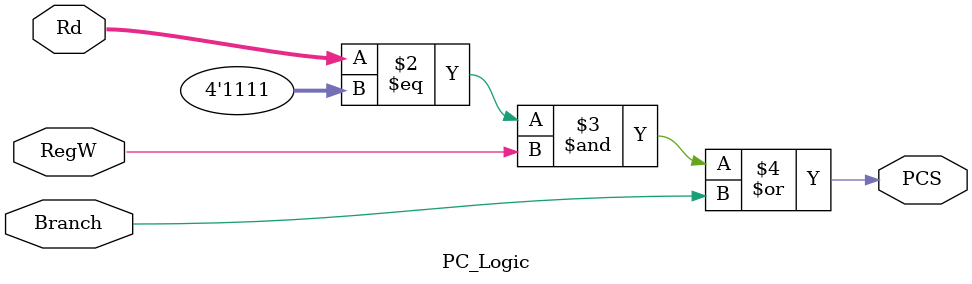
<source format=v>
`timescale 1ns / 1ps
module PC_Logic(
    input [3:0] Rd,
	 input Branch,
	 input RegW,
    output reg PCS
    );
	 
	 always @*
		begin
			PCS = ((Rd == 15) & RegW) | Branch;
		end


endmodule

</source>
